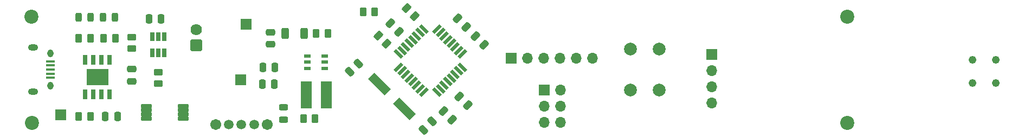
<source format=gbr>
%TF.GenerationSoftware,KiCad,Pcbnew,7.0.5*%
%TF.CreationDate,2024-05-20T19:12:35+03:00*%
%TF.ProjectId,Tempuino,54656d70-7569-46e6-9f2e-6b696361645f,rev?*%
%TF.SameCoordinates,Original*%
%TF.FileFunction,Soldermask,Top*%
%TF.FilePolarity,Negative*%
%FSLAX46Y46*%
G04 Gerber Fmt 4.6, Leading zero omitted, Abs format (unit mm)*
G04 Created by KiCad (PCBNEW 7.0.5) date 2024-05-20 19:12:35*
%MOMM*%
%LPD*%
G01*
G04 APERTURE LIST*
G04 Aperture macros list*
%AMRoundRect*
0 Rectangle with rounded corners*
0 $1 Rounding radius*
0 $2 $3 $4 $5 $6 $7 $8 $9 X,Y pos of 4 corners*
0 Add a 4 corners polygon primitive as box body*
4,1,4,$2,$3,$4,$5,$6,$7,$8,$9,$2,$3,0*
0 Add four circle primitives for the rounded corners*
1,1,$1+$1,$2,$3*
1,1,$1+$1,$4,$5*
1,1,$1+$1,$6,$7*
1,1,$1+$1,$8,$9*
0 Add four rect primitives between the rounded corners*
20,1,$1+$1,$2,$3,$4,$5,0*
20,1,$1+$1,$4,$5,$6,$7,0*
20,1,$1+$1,$6,$7,$8,$9,0*
20,1,$1+$1,$8,$9,$2,$3,0*%
%AMRotRect*
0 Rectangle, with rotation*
0 The origin of the aperture is its center*
0 $1 length*
0 $2 width*
0 $3 Rotation angle, in degrees counterclockwise*
0 Add horizontal line*
21,1,$1,$2,0,0,$3*%
G04 Aperture macros list end*
%ADD10R,0.977900X0.558800*%
%ADD11RoundRect,0.250000X0.312500X0.625000X-0.312500X0.625000X-0.312500X-0.625000X0.312500X-0.625000X0*%
%ADD12C,2.200000*%
%ADD13C,1.244600*%
%ADD14C,1.712000*%
%ADD15C,1.512000*%
%ADD16RoundRect,0.102000X-0.275000X-0.600000X0.275000X-0.600000X0.275000X0.600000X-0.275000X0.600000X0*%
%ADD17C,2.000000*%
%ADD18R,1.700000X1.700000*%
%ADD19RoundRect,0.250000X-0.262500X-0.450000X0.262500X-0.450000X0.262500X0.450000X-0.262500X0.450000X0*%
%ADD20O,1.700000X1.700000*%
%ADD21RoundRect,0.243750X0.456250X-0.243750X0.456250X0.243750X-0.456250X0.243750X-0.456250X-0.243750X0*%
%ADD22RoundRect,0.250000X0.262500X0.450000X-0.262500X0.450000X-0.262500X-0.450000X0.262500X-0.450000X0*%
%ADD23RoundRect,0.250000X0.503814X0.132583X0.132583X0.503814X-0.503814X-0.132583X-0.132583X-0.503814X0*%
%ADD24RoundRect,0.250000X0.159099X-0.512652X0.512652X-0.159099X-0.159099X0.512652X-0.512652X0.159099X0*%
%ADD25RoundRect,0.102000X1.661701X-0.813173X-0.813173X1.661701X-1.661701X0.813173X0.813173X-1.661701X0*%
%ADD26R,1.803400X4.292600*%
%ADD27RoundRect,0.250000X0.250000X0.475000X-0.250000X0.475000X-0.250000X-0.475000X0.250000X-0.475000X0*%
%ADD28RoundRect,0.250000X-0.475000X0.250000X-0.475000X-0.250000X0.475000X-0.250000X0.475000X0.250000X0*%
%ADD29RotRect,1.600000X0.550000X135.000000*%
%ADD30RotRect,1.600000X0.550000X45.000000*%
%ADD31RoundRect,0.250000X0.450000X-0.262500X0.450000X0.262500X-0.450000X0.262500X-0.450000X-0.262500X0*%
%ADD32RoundRect,0.250000X-0.450000X0.262500X-0.450000X-0.262500X0.450000X-0.262500X0.450000X0.262500X0*%
%ADD33RoundRect,0.122000X-0.760000X-0.180000X0.760000X-0.180000X0.760000X0.180000X-0.760000X0.180000X0*%
%ADD34C,1.779000*%
%ADD35RoundRect,0.102000X-0.787500X0.787500X-0.787500X-0.787500X0.787500X-0.787500X0.787500X0.787500X0*%
%ADD36R,0.700000X1.525000*%
%ADD37R,3.402000X2.513000*%
%ADD38O,1.550000X1.000000*%
%ADD39O,0.950000X1.250000*%
%ADD40R,1.350000X0.400000*%
%ADD41RoundRect,0.243750X-0.243750X-0.456250X0.243750X-0.456250X0.243750X0.456250X-0.243750X0.456250X0*%
%ADD42RoundRect,0.243750X0.243750X0.456250X-0.243750X0.456250X-0.243750X-0.456250X0.243750X-0.456250X0*%
%ADD43RoundRect,0.250000X-0.512652X-0.159099X-0.159099X-0.512652X0.512652X0.159099X0.159099X0.512652X0*%
%ADD44RoundRect,0.250000X0.512652X0.159099X0.159099X0.512652X-0.512652X-0.159099X-0.159099X-0.512652X0*%
G04 APERTURE END LIST*
D10*
%TO.C,U3*%
X105500000Y-85600002D03*
X105500000Y-84650001D03*
X105500000Y-83700000D03*
X102769500Y-83700000D03*
X102769500Y-84650001D03*
X102769500Y-85600002D03*
%TD*%
D11*
%TO.C,R4*%
X102262500Y-80100000D03*
X99337500Y-80100000D03*
%TD*%
D12*
%TO.C,H4*%
X187100000Y-94200000D03*
%TD*%
%TO.C,H3*%
X187100000Y-77500000D03*
%TD*%
%TO.C,H2*%
X59800000Y-94200000D03*
%TD*%
%TO.C,H1*%
X59700000Y-77500000D03*
%TD*%
D13*
%TO.C,U1*%
X210300000Y-84300000D03*
X210300000Y-87892103D03*
X206707897Y-87892103D03*
X206707897Y-84300000D03*
%TD*%
D14*
%TO.C,U4*%
X88500000Y-94400000D03*
X96500000Y-94400000D03*
D15*
X90500000Y-94400000D03*
X92500000Y-94400000D03*
X94500000Y-94400000D03*
%TD*%
D16*
%TO.C,IC1*%
X78550000Y-83200000D03*
X79500000Y-83200000D03*
X80450000Y-83200000D03*
X80450000Y-80600000D03*
X78550000Y-80600000D03*
X79500000Y-80600000D03*
%TD*%
D17*
%TO.C,SW1*%
X153250000Y-82550000D03*
X153250000Y-89050000D03*
X157750000Y-82550000D03*
X157750000Y-89050000D03*
%TD*%
D18*
%TO.C,J9*%
X93200000Y-78700000D03*
%TD*%
%TO.C,J8*%
X92400000Y-87400000D03*
%TD*%
%TO.C,J5*%
X64300000Y-92900000D03*
%TD*%
D19*
%TO.C,R11*%
X102187500Y-93500000D03*
X104012500Y-93500000D03*
%TD*%
D20*
%TO.C,J2*%
X166000000Y-91080000D03*
X166000000Y-88540000D03*
X166000000Y-86000000D03*
D18*
X166000000Y-83460000D03*
%TD*%
D21*
%TO.C,D3*%
X99100000Y-93637500D03*
X99100000Y-91762500D03*
%TD*%
D18*
%TO.C,J3*%
X139825000Y-88975000D03*
D20*
X142365000Y-88975000D03*
X139825000Y-91515000D03*
X142365000Y-91515000D03*
X139825000Y-94055000D03*
X142365000Y-94055000D03*
%TD*%
D22*
%TO.C,R10*%
X111487500Y-76700000D03*
X113312500Y-76700000D03*
%TD*%
D23*
%TO.C,R9*%
X118254765Y-76154765D03*
X119545235Y-77445235D03*
%TD*%
D24*
%TO.C,C13*%
X122271751Y-93928249D03*
X120928249Y-95271751D03*
%TD*%
%TO.C,C12*%
X110771751Y-84828249D03*
X109428249Y-86171751D03*
%TD*%
D25*
%TO.C,Y1*%
X114055456Y-88055456D03*
X117944544Y-91944544D03*
%TD*%
D22*
%TO.C,R5*%
X106012500Y-80100000D03*
X104187500Y-80100000D03*
%TD*%
D26*
%TO.C,L1*%
X105800200Y-89800000D03*
X102599800Y-89800000D03*
%TD*%
D27*
%TO.C,C11*%
X97650000Y-88100000D03*
X95750000Y-88100000D03*
%TD*%
D28*
%TO.C,C10*%
X97000000Y-79950000D03*
X97000000Y-81850000D03*
%TD*%
D27*
%TO.C,C9*%
X97750000Y-85500000D03*
X95850000Y-85500000D03*
%TD*%
D29*
%TO.C,U2*%
X117014897Y-83374695D03*
X117580583Y-82809010D03*
X118146268Y-82243324D03*
X118711953Y-81677639D03*
X119277639Y-81111953D03*
X119843324Y-80546268D03*
X120409010Y-79980583D03*
X120974695Y-79414897D03*
D30*
X123025305Y-79414897D03*
X123590990Y-79980583D03*
X124156676Y-80546268D03*
X124722361Y-81111953D03*
X125288047Y-81677639D03*
X125853732Y-82243324D03*
X126419417Y-82809010D03*
X126985103Y-83374695D03*
D29*
X126985103Y-85425305D03*
X126419417Y-85990990D03*
X125853732Y-86556676D03*
X125288047Y-87122361D03*
X124722361Y-87688047D03*
X124156676Y-88253732D03*
X123590990Y-88819417D03*
X123025305Y-89385103D03*
D30*
X120974695Y-89385103D03*
X120409010Y-88819417D03*
X119843324Y-88253732D03*
X119277639Y-87688047D03*
X118711953Y-87122361D03*
X118146268Y-86556676D03*
X117580583Y-85990990D03*
X117014897Y-85425305D03*
%TD*%
D31*
%TO.C,R8*%
X79500000Y-88012500D03*
X79500000Y-86187500D03*
%TD*%
D32*
%TO.C,R7*%
X75400000Y-80687500D03*
X75400000Y-82512500D03*
%TD*%
D19*
%TO.C,R6*%
X67075000Y-93200000D03*
X68900000Y-93200000D03*
%TD*%
%TO.C,R3*%
X67087500Y-80900000D03*
X68912500Y-80900000D03*
%TD*%
D22*
%TO.C,R2*%
X72812500Y-80900000D03*
X70987500Y-80900000D03*
%TD*%
D23*
%TO.C,R1*%
X113854765Y-80454765D03*
X115145235Y-81745235D03*
%TD*%
D33*
%TO.C,Q1*%
X77620000Y-91525000D03*
X77620000Y-92175000D03*
X77620000Y-92825000D03*
X77620000Y-93475000D03*
X83380000Y-93475000D03*
X83380000Y-92825000D03*
X83380000Y-92175000D03*
X83380000Y-91525000D03*
%TD*%
D34*
%TO.C,J7*%
X85400000Y-79500000D03*
D35*
X85400000Y-82000000D03*
%TD*%
D36*
%TO.C,J6*%
X68095000Y-89712000D03*
X69365000Y-89712000D03*
X70635000Y-89712000D03*
X71905000Y-89712000D03*
X71905000Y-84288000D03*
X70635000Y-84288000D03*
X69365000Y-84288000D03*
X68095000Y-84288000D03*
D37*
X70000000Y-87000000D03*
%TD*%
D38*
%TO.C,J4*%
X59975000Y-89300000D03*
X59975000Y-82300000D03*
D39*
X62675000Y-83300000D03*
X62675000Y-88300000D03*
D40*
X62675000Y-84500000D03*
X62675000Y-85150000D03*
X62675000Y-87100000D03*
X62675000Y-86450000D03*
X62675000Y-85800000D03*
%TD*%
D18*
%TO.C,J1*%
X134640000Y-84025000D03*
D20*
X137180000Y-84025000D03*
X139720000Y-84025000D03*
X142260000Y-84025000D03*
X144800000Y-84025000D03*
X147340000Y-84025000D03*
%TD*%
D41*
%TO.C,D2*%
X67062500Y-77600000D03*
X68937500Y-77600000D03*
%TD*%
D42*
%TO.C,D1*%
X70862500Y-77600000D03*
X72737500Y-77600000D03*
%TD*%
D27*
%TO.C,C8*%
X79950000Y-77800000D03*
X78050000Y-77800000D03*
%TD*%
D28*
%TO.C,C7*%
X75400000Y-85750000D03*
X75400000Y-87650000D03*
%TD*%
D27*
%TO.C,C6*%
X73150000Y-93200000D03*
X71250000Y-93200000D03*
%TD*%
D43*
%TO.C,C5*%
X127871751Y-91371751D03*
X126528249Y-90028249D03*
%TD*%
%TO.C,C4*%
X125371751Y-93671751D03*
X124028249Y-92328249D03*
%TD*%
D44*
%TO.C,C3*%
X126228249Y-77728249D03*
X127571751Y-79071751D03*
%TD*%
D43*
%TO.C,C2*%
X130371751Y-81871751D03*
X129028249Y-80528249D03*
%TD*%
%TO.C,C1*%
X117071751Y-79871751D03*
X115728249Y-78528249D03*
%TD*%
M02*

</source>
